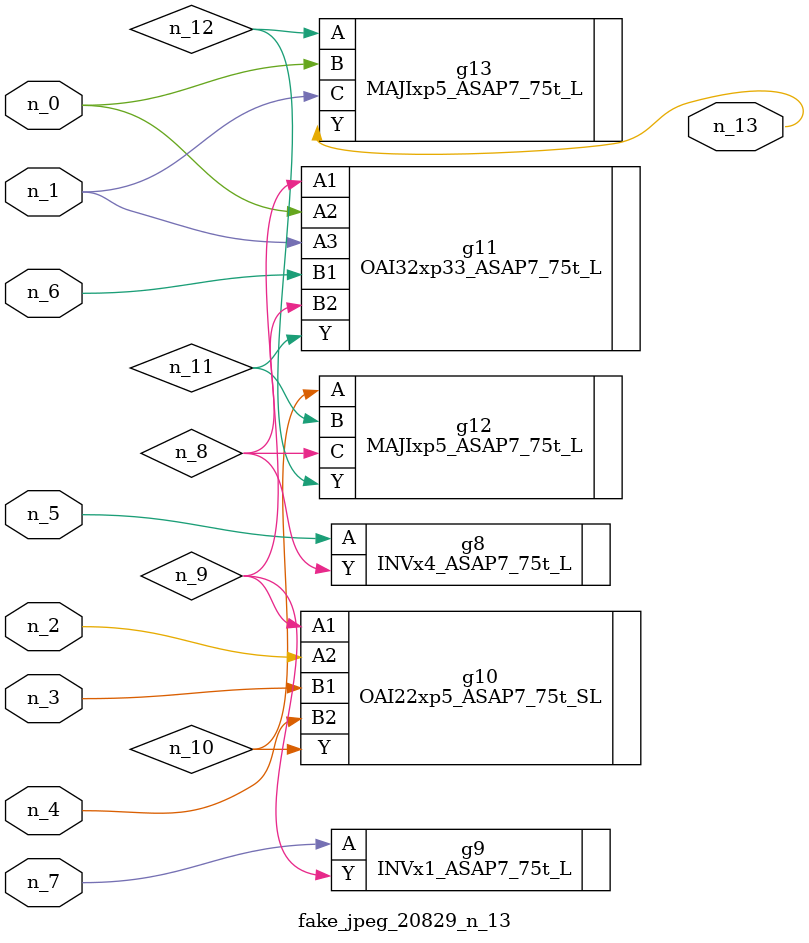
<source format=v>
module fake_jpeg_20829_n_13 (n_3, n_2, n_1, n_0, n_4, n_6, n_5, n_7, n_13);

input n_3;
input n_2;
input n_1;
input n_0;
input n_4;
input n_6;
input n_5;
input n_7;

output n_13;

wire n_11;
wire n_10;
wire n_12;
wire n_8;
wire n_9;

INVx4_ASAP7_75t_L g8 ( 
.A(n_5),
.Y(n_8)
);

INVx1_ASAP7_75t_L g9 ( 
.A(n_7),
.Y(n_9)
);

OAI22xp5_ASAP7_75t_SL g10 ( 
.A1(n_9),
.A2(n_2),
.B1(n_3),
.B2(n_4),
.Y(n_10)
);

MAJIxp5_ASAP7_75t_L g12 ( 
.A(n_10),
.B(n_11),
.C(n_8),
.Y(n_12)
);

OAI32xp33_ASAP7_75t_L g11 ( 
.A1(n_9),
.A2(n_0),
.A3(n_1),
.B1(n_6),
.B2(n_8),
.Y(n_11)
);

MAJIxp5_ASAP7_75t_L g13 ( 
.A(n_12),
.B(n_0),
.C(n_1),
.Y(n_13)
);


endmodule
</source>
